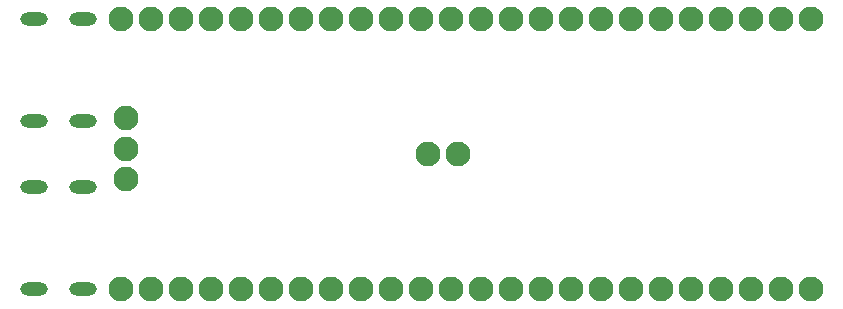
<source format=gbs>
G04*
G04 #@! TF.GenerationSoftware,Altium Limited,Altium Designer,24.8.2 (39)*
G04*
G04 Layer_Color=16711935*
%FSLAX25Y25*%
%MOIN*%
G70*
G04*
G04 #@! TF.SameCoordinates,F7F922D7-4A05-4516-83E6-AC950D0B5F56*
G04*
G04*
G04 #@! TF.FilePolarity,Negative*
G04*
G01*
G75*
%ADD66C,0.08274*%
%ADD67O,0.09161X0.04437*%
D66*
X36800Y62072D02*
D03*
Y41600D02*
D03*
Y51836D02*
D03*
X205000Y5000D02*
D03*
X215000D02*
D03*
X55000D02*
D03*
X45000D02*
D03*
X235000D02*
D03*
X225000D02*
D03*
X195000D02*
D03*
X185000D02*
D03*
X175000D02*
D03*
X165000D02*
D03*
X155000D02*
D03*
X145000D02*
D03*
X135000D02*
D03*
X125000D02*
D03*
X115000D02*
D03*
X105000D02*
D03*
X95000D02*
D03*
X85000D02*
D03*
X65000Y95000D02*
D03*
X75000D02*
D03*
X85000D02*
D03*
X95000D02*
D03*
X105000D02*
D03*
X115000D02*
D03*
X125000D02*
D03*
X135000D02*
D03*
X145000D02*
D03*
X155000D02*
D03*
X165000D02*
D03*
X175000D02*
D03*
X185000D02*
D03*
X195000D02*
D03*
X205000D02*
D03*
X215000D02*
D03*
X225000D02*
D03*
X235000D02*
D03*
X265000D02*
D03*
X255000Y5000D02*
D03*
X45000Y95000D02*
D03*
X35000Y5000D02*
D03*
X245000Y95000D02*
D03*
X75000Y5000D02*
D03*
X65000D02*
D03*
X245000D02*
D03*
X55000Y95000D02*
D03*
X255000D02*
D03*
X265000Y5000D02*
D03*
X147500Y50000D02*
D03*
X137500D02*
D03*
X35000Y95000D02*
D03*
D67*
X5965D02*
D03*
X22500D02*
D03*
Y60984D02*
D03*
Y39016D02*
D03*
X5965Y60984D02*
D03*
Y39016D02*
D03*
X22500Y5000D02*
D03*
X5965D02*
D03*
M02*

</source>
